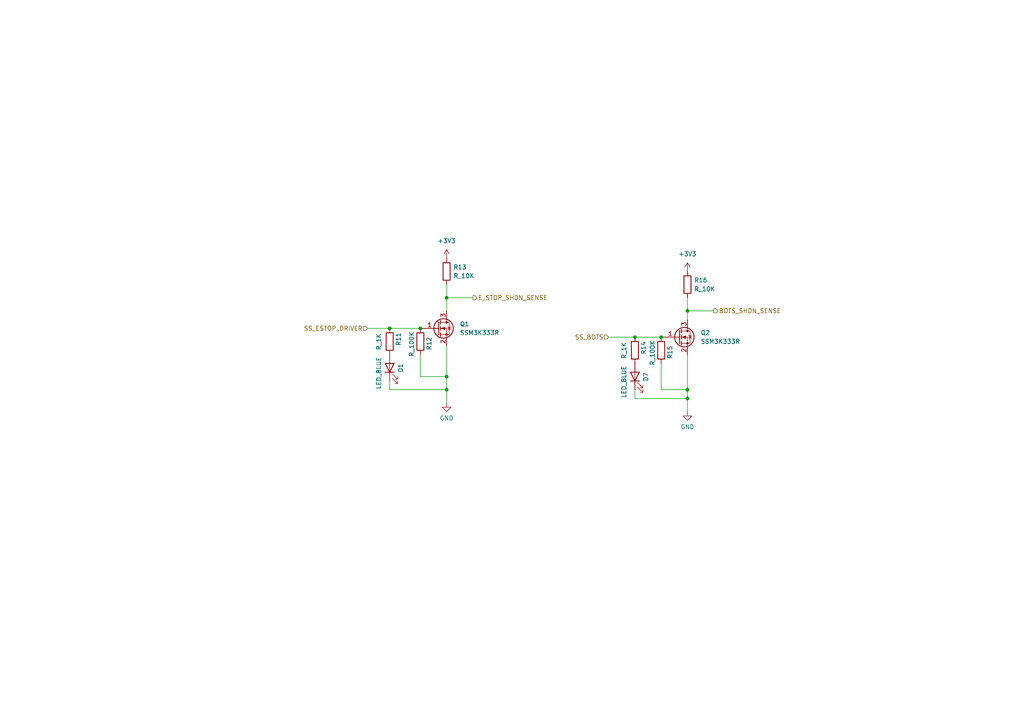
<source format=kicad_sch>
(kicad_sch (version 20231120) (generator "eeschema") (generator_version "8.0")
  (paper "A4")
  (lib_symbols
    (symbol "+3V3_1" (power) (pin_names (offset 0))
      (property "Value" "+3V3_1" (at 0 3.556 0))
      (symbol "+3V3_1_0_1"
        (polyline (pts (xy -0.762 1.27) (xy 0 2.54)))
        (polyline (pts (xy 0 0) (xy 0 2.54)))
        (polyline (pts (xy 0 2.54) (xy 0.762 1.27)))
      )
      (symbol "+3V3_1_1_1"
        (pin power_in line (at 0 0 90) (length 0) hide (name "+3V3") (number "1"))
      )
    )
    (symbol "GND_1" (power) (pin_names (offset 0))
      (property "Value" "GND_1" (at 0 -3.81 0))
      (symbol "GND_1_0_1"
        (polyline (pts (xy 0 0) (xy 0 -1.27) (xy 1.27 -1.27) (xy 0 -2.54) (xy -1.27 -1.27) (xy 0 -1.27)))
      )
      (symbol "GND_1_1_1"
        (pin power_in line (at 0 0 270) (length 0) hide (name "GND") (number "1"))
      )
    )
    (symbol "OEM:LED_BLUE" (pin_numbers hide) (pin_names (offset 1.016) hide)
      (property "Reference" "D" (at 0 2.54 0))
      (property "Value" "LED_BLUE" (at 0 -2.54 0))
      (symbol "LED_BLUE_0_1"
        (polyline (pts (xy -1.27 -1.27) (xy -1.27 1.27)) (stroke (width 0.254)))
        (polyline (pts (xy -1.27 0) (xy 1.27 0)))
        (polyline (pts (xy 1.27 -1.27) (xy 1.27 1.27) (xy -1.27 0) (xy 1.27 -1.27)) (stroke (width 0.254)))
        (polyline (pts (xy -3.048 -0.762) (xy -4.572 -2.286) (xy -3.81 -2.286) (xy -4.572 -2.286) (xy -4.572 -1.524)))
        (polyline (pts (xy -1.778 -0.762) (xy -3.302 -2.286) (xy -2.54 -2.286) (xy -3.302 -2.286) (xy -3.302 -1.524)))
      )
      (symbol "LED_BLUE_1_1"
        (pin passive line (at -3.81 0 0) (length 2.54) (name "K") (number "1"))
        (pin passive line (at 3.81 0 180) (length 2.54) (name "A") (number "2"))
      )
    )
    (symbol "formula:R_100K" (pin_numbers hide) (pin_names (offset 0))
      (property "Reference" "R" (at 2.032 0 90))
      (property "Value" "R_100K" (at -2.54 0 90))
      (symbol "R_100K_0_1"
        (rectangle (start -1.016 -2.54) (end 1.016 2.54) (stroke (width 0.254)))
      )
      (symbol "R_100K_1_1"
        (pin passive line (at 0 3.81 270) (length 1.27) (name "~") (number "1"))
        (pin passive line (at 0 -3.81 90) (length 1.27) (name "~") (number "2"))
      )
    )
    (symbol "formula:R_10K" (pin_numbers hide) (pin_names (offset 0))
      (property "Reference" "R" (at 2.032 0 90))
      (property "Value" "R_10K" (at -2.54 0 90))
      (symbol "R_10K_0_1"
        (rectangle (start -1.016 -2.54) (end 1.016 2.54) (stroke (width 0.254)))
      )
      (symbol "R_10K_1_1"
        (pin passive line (at 0 3.81 270) (length 1.27) (name "~") (number "1"))
        (pin passive line (at 0 -3.81 90) (length 1.27) (name "~") (number "2"))
      )
    )
    (symbol "formula:R_1K" (pin_numbers hide) (pin_names (offset 0))
      (property "Reference" "R" (at 2.032 0 90))
      (property "Value" "R_1K" (at -2.54 0 90))
      (symbol "R_1K_0_1"
        (rectangle (start -1.016 -2.54) (end 1.016 2.54) (stroke (width 0.254)))
      )
      (symbol "R_1K_1_1"
        (pin passive line (at 0 3.81 270) (length 1.27) (name "~") (number "1"))
        (pin passive line (at 0 -3.81 90) (length 1.27) (name "~") (number "2"))
      )
    )
    (symbol "formula:SSM3K333R" (pin_names (offset 0) hide)
      (property "Reference" "Q" (at 5.08 1.905 0))
      (property "Value" "SSM3K333R" (at 5.08 0 0))
      (symbol "SSM3K333R_0_1"
        (polyline (pts (xy 0.762 -1.778) (xy 2.54 -1.778)))
        (polyline (pts (xy 0.762 -1.27) (xy 0.762 -2.286)) (stroke (width 0.254)))
        (polyline (pts (xy 0.762 0) (xy 2.54 0)))
        (polyline (pts (xy 0.762 0.508) (xy 0.762 -0.508)) (stroke (width 0.254)))
        (polyline (pts (xy 0.762 1.778) (xy 2.54 1.778)))
        (polyline (pts (xy 0.762 2.286) (xy 0.762 1.27)) (stroke (width 0.254)))
        (polyline (pts (xy 2.54 -1.778) (xy 2.54 -2.54)))
        (polyline (pts (xy 2.54 -1.778) (xy 2.54 0)))
        (polyline (pts (xy 2.54 2.54) (xy 2.54 1.778)))
        (polyline (pts (xy 0.254 1.905) (xy 0.254 -1.905) (xy 0.254 -1.905)) (stroke (width 0.254)))
        (polyline (pts (xy 1.016 0) (xy 2.032 0.381) (xy 2.032 -0.381) (xy 1.016 0)) (fill (type outline)))
        (polyline (pts (xy 2.54 -1.778) (xy 3.302 -1.778) (xy 3.302 1.778) (xy 2.54 1.778)))
        (polyline (pts (xy 2.794 0.508) (xy 2.921 0.381) (xy 3.683 0.381) (xy 3.81 0.254)))
        (polyline (pts (xy 3.302 0.381) (xy 2.921 -0.254) (xy 3.683 -0.254) (xy 3.302 0.381)))
        (circle (center 1.651 0) (radius 2.8194) (stroke (width 0.254)))
        (circle (center 2.54 -1.778) (radius 0.2794) (fill (type outline)))
        (circle (center 2.54 1.778) (radius 0.2794) (fill (type outline)))
      )
      (symbol "SSM3K333R_1_1"
        (pin input line (at -5.08 0 0) (length 5.334) (name "G") (number "1"))
        (pin passive line (at 2.54 -5.08 90) (length 2.54) (name "S") (number "2"))
        (pin passive line (at 2.54 5.08 270) (length 2.54) (name "D") (number "3"))
      )
    )
    (symbol "power:+3V3" (power) (pin_names (offset 0))
      (property "Value" "+3V3" (at 0 3.556 0))
      (symbol "+3V3_0_1"
        (polyline (pts (xy -0.762 1.27) (xy 0 2.54)))
        (polyline (pts (xy 0 0) (xy 0 2.54)))
        (polyline (pts (xy 0 2.54) (xy 0.762 1.27)))
      )
      (symbol "+3V3_1_1"
        (pin power_in line (at 0 0 90) (length 0) hide (name "+3V3") (number "1"))
      )
    )
    (symbol "power:GND" (power) (pin_names (offset 0))
      (property "Value" "GND" (at 0 -3.81 0))
      (symbol "GND_0_1"
        (polyline (pts (xy 0 0) (xy 0 -1.27) (xy 1.27 -1.27) (xy 0 -2.54) (xy -1.27 -1.27) (xy 0 -1.27)))
      )
      (symbol "GND_1_1"
        (pin power_in line (at 0 0 270) (length 0) hide (name "GND") (number "1"))
      )
    )
  )
  (junction (at 199.39 90.17))
  (junction (at 199.39 113.03))
  (junction (at 121.92 95.25))
  (junction (at 129.54 113.03))
  (junction (at 184.15 97.79))
  (junction (at 191.77 97.79))
  (junction (at 129.54 86.36))
  (junction (at 129.54 109.22))
  (junction (at 113.03 95.25))
  (junction (at 199.39 115.57))
  (wire (pts (xy 121.92 109.22) (xy 129.54 109.22)))
  (wire (pts (xy 184.15 113.03) (xy 184.15 115.57)))
  (wire (pts (xy 199.39 90.17) (xy 207.01 90.17)))
  (wire (pts (xy 191.77 113.03) (xy 199.39 113.03)))
  (wire (pts (xy 199.39 115.57) (xy 199.39 119.38)))
  (wire (pts (xy 129.54 86.36) (xy 137.16 86.36)))
  (wire (pts (xy 113.03 110.49) (xy 113.03 113.03)))
  (wire (pts (xy 191.77 105.41) (xy 191.77 113.03)))
  (wire (pts (xy 113.03 95.25) (xy 121.92 95.25)))
  (wire (pts (xy 129.54 86.36) (xy 129.54 90.17)))
  (wire (pts (xy 184.15 97.79) (xy 191.77 97.79)))
  (wire (pts (xy 199.39 113.03) (xy 199.39 115.57)))
  (wire (pts (xy 129.54 113.03) (xy 129.54 116.84)))
  (wire (pts (xy 106.68 95.25) (xy 113.03 95.25)))
  (wire (pts (xy 199.39 86.36) (xy 199.39 90.17)))
  (wire (pts (xy 121.92 102.87) (xy 121.92 109.22)))
  (wire (pts (xy 199.39 90.17) (xy 199.39 92.71)))
  (wire (pts (xy 129.54 100.33) (xy 129.54 109.22)))
  (wire (pts (xy 113.03 113.03) (xy 129.54 113.03)))
  (wire (pts (xy 129.54 109.22) (xy 129.54 113.03)))
  (wire (pts (xy 199.39 102.87) (xy 199.39 113.03)))
  (wire (pts (xy 176.53 97.79) (xy 184.15 97.79)))
  (wire (pts (xy 184.15 115.57) (xy 199.39 115.57)))
  (wire (pts (xy 129.54 82.55) (xy 129.54 86.36)))
  (hierarchical_label "E_STOP_SHDN_SENSE" (shape output) (at 137.16 86.36 0))
  (hierarchical_label "BOTS_SHDN_SENSE" (shape output) (at 207.01 90.17 0))
  (hierarchical_label "SS_ESTOP_DRIVER" (shape input) (at 106.68 95.25 180))
  (hierarchical_label "SS_BOTS" (shape input) (at 176.53 97.79 180))
  (symbol (lib_id "formula:R_10K") (at 199.39 82.55 0) (unit 1)
    (property "Reference" "R16" (at 201.295 81.2799 0) (effects (justify left)))
    (property "Value" "R_10K" (at 201.295 83.8199 0) (effects (justify left)))
    (property "Footprint" "Resistor_SMD:R_0603_1608Metric_Pad0.98x0.95mm_HandSolder" (effects (hide yes)))
    (property "Datasheet" "http://www.bourns.com/data/global/pdfs/CRS.pdf" (effects (hide yes)))
    (property "MFN" "DK" (effects (hide yes)))
    (property "MPN" "CRS0805-FX-1002ELFCT-ND" (effects (hide yes)))
    (property "PurchasingLink" "https://www.digikey.com/products/en?keywords=CRS0805-FX-1002ELFCT-ND" (effects (hide yes)))
  )
  (symbol (lib_id "formula:SSM3K333R") (at 196.85 97.79 0) (unit 1)
    (property "Reference" "Q2" (at 203.2 96.5199 0) (effects (justify left)))
    (property "Value" "SSM3K333R" (at 203.2 99.0599 0) (effects (justify left)))
    (property "Footprint" "footprints:SOT-23F" (effects (hide yes)))
    (property "Datasheet" "https://drive.google.com/drive/folders/0B-V-iZf33Y4GNzhDQTJZanJRbVk" (effects (hide yes)))
    (property "MFN" "DK" (effects (hide yes)))
    (property "MPN" "SSM3K333RLFCT-ND" (effects (hide yes)))
    (property "PurchasingLink" "https://www.digikey.com/product-detail/en/toshiba-semiconductor-and-storage/SSM3K333RLF/SSM3K333RLFCT-ND/3522391" (effects (hide yes)))
  )
  (symbol (lib_id "OEM:LED_BLUE") (at 184.15 109.22 90) (unit 1)
    (property "Reference" "D7" (at 187.325 107.95 0) (effects (justify right)))
    (property "Value" "LED_BLUE" (at 180.975 106.045 0) (effects (justify right)))
    (property "Footprint" "footprints:LED_0805_OEM" (effects (hide yes)))
  )
  (symbol (lib_id "formula:R_10K") (at 129.54 78.74 0) (unit 1)
    (property "Reference" "R13" (at 131.445 77.4699 0) (effects (justify left)))
    (property "Value" "R_10K" (at 131.445 80.0099 0) (effects (justify left)))
    (property "Footprint" "Resistor_SMD:R_0603_1608Metric_Pad0.98x0.95mm_HandSolder" (effects (hide yes)))
    (property "Datasheet" "http://www.bourns.com/data/global/pdfs/CRS.pdf" (effects (hide yes)))
    (property "MFN" "DK" (effects (hide yes)))
    (property "MPN" "CRS0805-FX-1002ELFCT-ND" (effects (hide yes)))
    (property "PurchasingLink" "https://www.digikey.com/products/en?keywords=CRS0805-FX-1002ELFCT-ND" (effects (hide yes)))
  )
  (symbol (lib_id "formula:R_1K") (at 184.15 101.6 0) (unit 1)
    (property "Reference" "R14" (at 186.69 102.87 90) (effects (justify left)))
    (property "Value" "R_1K" (at 180.975 104.14 90) (effects (justify left)))
    (property "Footprint" "Resistor_SMD:R_0603_1608Metric_Pad0.98x0.95mm_HandSolder" (effects (hide yes)))
    (property "Datasheet" "https://www.seielect.com/Catalog/SEI-rncp.pdf" (effects (hide yes)))
    (property "MFN" "DK" (effects (hide yes)))
    (property "MPN" "RNCP0805FTD1K00CT-ND" (effects (hide yes)))
    (property "PurchasingLink" "https://www.digikey.com/products/en?keywords=RNCP0805FTD1K00CT-ND" (effects (hide yes)))
  )
  (symbol (lib_name "GND_1") (lib_id "power:GND") (at 129.54 116.84 0) (unit 1)
    (property "Reference" "#PWR?" (effects (hide yes)))
    (property "Value" "GND" (at 129.54 121.285 0))
  )
  (symbol (lib_id "formula:SSM3K333R") (at 127 95.25 0) (unit 1)
    (property "Reference" "Q1" (at 133.35 93.9799 0) (effects (justify left)))
    (property "Value" "SSM3K333R" (at 133.35 96.5199 0) (effects (justify left)))
    (property "Footprint" "footprints:SOT-23F" (effects (hide yes)))
    (property "Datasheet" "https://drive.google.com/drive/folders/0B-V-iZf33Y4GNzhDQTJZanJRbVk" (effects (hide yes)))
    (property "MFN" "DK" (effects (hide yes)))
    (property "MPN" "SSM3K333RLFCT-ND" (effects (hide yes)))
    (property "PurchasingLink" "https://www.digikey.com/product-detail/en/toshiba-semiconductor-and-storage/SSM3K333RLF/SSM3K333RLFCT-ND/3522391" (effects (hide yes)))
  )
  (symbol (lib_id "formula:R_100K") (at 121.92 99.06 0) (unit 1)
    (property "Reference" "R12" (at 124.46 101.6 90) (effects (justify left)))
    (property "Value" "R_100K" (at 119.38 103.505 90) (effects (justify left)))
    (property "Footprint" "Resistor_SMD:R_0603_1608Metric_Pad0.98x0.95mm_HandSolder" (effects (hide yes)))
    (property "Datasheet" "https://industrial.panasonic.com/cdbs/www-data/pdf/RDA0000/AOA0000C304.pdf" (effects (hide yes)))
    (property "MFN" "DK" (effects (hide yes)))
    (property "MPN" "P100KCCT-ND" (effects (hide yes)))
    (property "PurchasingLink" "https://www.digikey.com/product-detail/en/panasonic-electronic-components/ERJ-6ENF1003V/P100KCCT-ND/119551" (effects (hide yes)))
  )
  (symbol (lib_id "power:GND") (at 199.39 119.38 0) (unit 1)
    (property "Reference" "#PWR?" (effects (hide yes)))
    (property "Value" "GND" (at 199.39 123.825 0))
  )
  (symbol (lib_id "formula:R_1K") (at 113.03 99.06 0) (unit 1)
    (property "Reference" "R11" (at 115.57 100.33 90) (effects (justify left)))
    (property "Value" "R_1K" (at 109.855 101.6 90) (effects (justify left)))
    (property "Footprint" "Resistor_SMD:R_0603_1608Metric_Pad0.98x0.95mm_HandSolder" (effects (hide yes)))
    (property "Datasheet" "https://www.seielect.com/Catalog/SEI-rncp.pdf" (effects (hide yes)))
    (property "MFN" "DK" (effects (hide yes)))
    (property "MPN" "RNCP0805FTD1K00CT-ND" (effects (hide yes)))
    (property "PurchasingLink" "https://www.digikey.com/products/en?keywords=RNCP0805FTD1K00CT-ND" (effects (hide yes)))
  )
  (symbol (lib_id "power:+3V3") (at 129.54 74.93 0) (unit 1)
    (property "Reference" "#PWR?" (effects (hide yes)))
    (property "Value" "+3V3" (at 129.54 69.85 0))
  )
  (symbol (lib_id "formula:R_100K") (at 191.77 101.6 0) (unit 1)
    (property "Reference" "R15" (at 194.31 104.14 90) (effects (justify left)))
    (property "Value" "R_100K" (at 189.23 106.045 90) (effects (justify left)))
    (property "Footprint" "Resistor_SMD:R_0603_1608Metric_Pad0.98x0.95mm_HandSolder" (effects (hide yes)))
    (property "Datasheet" "https://industrial.panasonic.com/cdbs/www-data/pdf/RDA0000/AOA0000C304.pdf" (effects (hide yes)))
    (property "MFN" "DK" (effects (hide yes)))
    (property "MPN" "P100KCCT-ND" (effects (hide yes)))
    (property "PurchasingLink" "https://www.digikey.com/product-detail/en/panasonic-electronic-components/ERJ-6ENF1003V/P100KCCT-ND/119551" (effects (hide yes)))
  )
  (symbol (lib_name "+3V3_1") (lib_id "power:+3V3") (at 199.39 78.74 0) (unit 1)
    (property "Reference" "#PWR?" (effects (hide yes)))
    (property "Value" "+3V3" (at 199.39 73.66 0))
  )
  (symbol (lib_id "OEM:LED_BLUE") (at 113.03 106.68 90) (unit 1)
    (property "Reference" "D1" (at 116.205 105.41 0) (effects (justify right)))
    (property "Value" "LED_BLUE" (at 109.855 103.505 0) (effects (justify right)))
    (property "Footprint" "footprints:LED_0805_OEM" (effects (hide yes)))
  )
)
</source>
